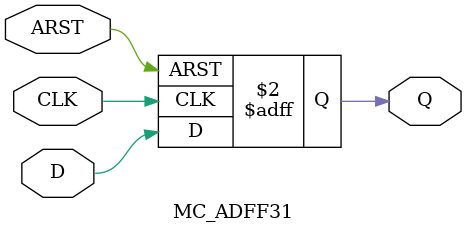
<source format=v>
`default_nettype none
`timescale 100ms/10ms

// CLK: positive-edge
// tech mapping converts negedge to posedge with an inverter
module MC_DFF31 (CLK, D, Q);
	parameter WIDTH = 1;

	input wire CLK;
	input wire [WIDTH-1:0] D;
	output reg [WIDTH-1:0] Q;

	always @(posedge CLK) begin
		Q <= D;
	end
endmodule

// CLK: positive-edge
// ARST: active-high
// ARST_VALUE: any arbitrary bit pattern of correct WIDTH
// tech mapping converts from negedge and active-low with inverters
module MC_ADFF31 (CLK, ARST, D, Q);
	parameter WIDTH = 1;
	parameter ARST_VALUE = {WIDTH{1'b0}};

	input wire CLK, ARST;
	input wire [WIDTH-1:0] D;
	output reg [WIDTH-1:0] Q;

	always @(posedge CLK or posedge ARST) begin
		if (ARST) begin
			Q <= ARST_VALUE;
		end else begin
			Q <= D;
		end
	end
endmodule

</source>
